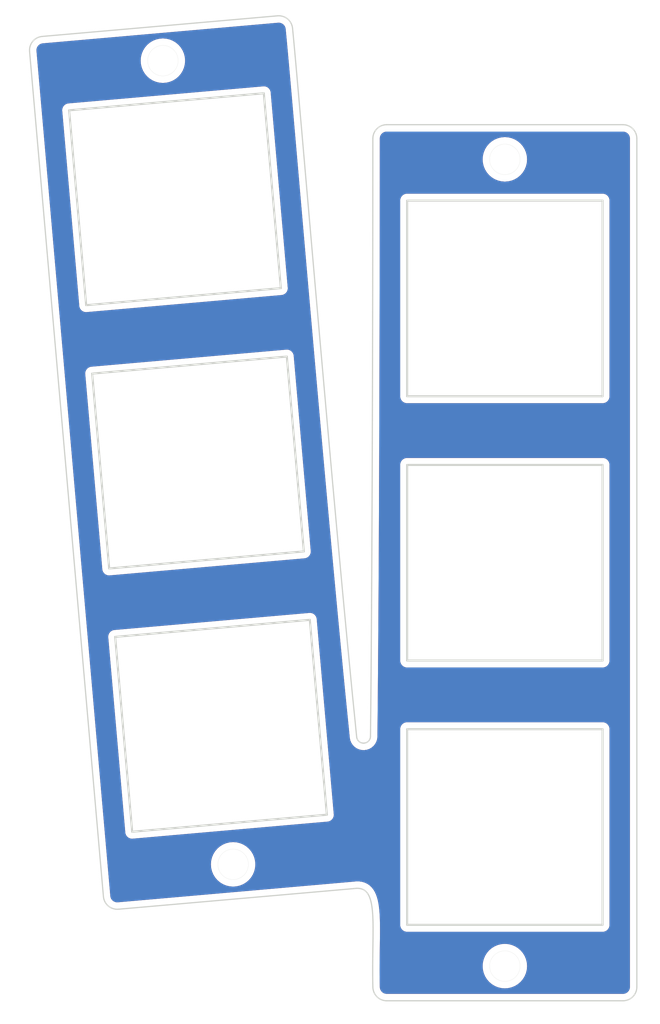
<source format=kicad_pcb>
(kicad_pcb (version 20240108) (generator "pcbnew") (generator_version "8.0")
  (title_block (title "ISW-OOZY") (rev "1.0"))
  (layers (0 "F.Cu" signal) (31 "B.Cu" signal) (34 "B.Paste" user) (35 "F.Paste" user) (36 "B.SilkS" user "B.Silkscreen") (37 "F.SilkS" user "F.Silkscreen") (38 "B.Mask" user) (39 "F.Mask" user) (44 "Edge.Cuts" user))
  (net 0 "")
  (footprint "kbd_SW_Hole:SW_Hole_1u" (layer "F.Cu") (at 51.697729 74.926916)
    (property "Reference" "SW30" (hide yes))
    (property "Value" "SW_Push" (hide yes))
    (fp_line (start -7.05 -7.05) (end 7.05 -7.05) (stroke (width 0.15)) (layer "Edge.Cuts"))
    (fp_line (start -7.05 7.05) (end -7.05 -7.05) (stroke (width 0.15)) (layer "Edge.Cuts"))
    (fp_line (start 7.05 -7.05) (end 7.05 7.05) (stroke (width 0.15)) (layer "Edge.Cuts"))
    (fp_line (start 7.05 7.05) (end -7.05 7.05) (stroke (width 0.15)) (layer "Edge.Cuts"))
  )
  (footprint "kbd_SW_Hole:SW_Hole_1u" (layer "F.Cu") (at 27.894969 29.67576 5)
    (property "Reference" "SW9" (hide yes))
    (property "Value" "SW_Push" (hide yes))
    (fp_line (start -7.05 -7.049999) (end 7.049999 -7.05) (stroke (width 0.15)) (layer "Edge.Cuts"))
    (fp_line (start -7.049999 7.05) (end -7.05 -7.049999) (stroke (width 0.15)) (layer "Edge.Cuts"))
    (fp_line (start 7.049999 -7.05) (end 7.05 7.049999) (stroke (width 0.15)) (layer "Edge.Cuts"))
    (fp_line (start 7.05 7.049999) (end -7.049999 7.05) (stroke (width 0.15)) (layer "Edge.Cuts"))
  )
  (footprint "kbd_Hole:m2_Screw_Hole_EdgeCuts" (layer "F.Cu") (at 27.02115 19.689314 -6)
    (property "Reference" "Ref06" (hide yes))
    (property "Value" "Val2" (hide yes))
    (fp_circle (center 0 0) (end 1.1 0) (stroke (width 0.01)) (fill none) (layer "Edge.Cuts"))
  )
  (footprint "kbd_SW_Hole:SW_Hole_1u" (layer "F.Cu") (at 29.555275 48.65327 5)
    (property "Reference" "SW19" (hide yes))
    (property "Value" "SW_Push" (hide yes))
    (fp_line (start -7.05 -7.049999) (end 7.049999 -7.05) (stroke (width 0.15)) (layer "Edge.Cuts"))
    (fp_line (start -7.049999 7.05) (end -7.05 -7.049999) (stroke (width 0.15)) (layer "Edge.Cuts"))
    (fp_line (start 7.049999 -7.05) (end 7.05 7.049999) (stroke (width 0.15)) (layer "Edge.Cuts"))
    (fp_line (start 7.05 7.049999) (end -7.049999 7.05) (stroke (width 0.15)) (layer "Edge.Cuts"))
  )
  (footprint "kbd_Hole:m2_Screw_Hole_EdgeCuts" (layer "F.Cu") (at 51.697667 84.952531 -6)
    (property "Reference" "Ref07" (hide yes))
    (property "Value" "Val2" (hide yes))
    (fp_circle (center 0 0) (end 1.1 0) (stroke (width 0.01)) (fill none) (layer "Edge.Cuts"))
  )
  (footprint "kbd_Hole:m2_Screw_Hole_EdgeCuts" (layer "F.Cu") (at 32.089205 77.61811 -6)
    (property "Reference" "Ref5" (hide yes))
    (property "Value" "Val1" (hide yes))
    (fp_circle (center 0 0) (end 1.1 0) (stroke (width 0.01)) (fill none) (layer "Edge.Cuts"))
  )
  (footprint "kbd_SW_Hole:SW_Hole_1u" (layer "F.Cu") (at 31.21558 67.63078 5)
    (property "Reference" "SW29" (hide yes))
    (property "Value" "SW_Push" (hide yes))
    (fp_line (start -7.05 -7.049999) (end 7.049999 -7.05) (stroke (width 0.15)) (layer "Edge.Cuts"))
    (fp_line (start -7.049999 7.05) (end -7.05 -7.049999) (stroke (width 0.15)) (layer "Edge.Cuts"))
    (fp_line (start 7.049999 -7.05) (end 7.05 7.049999) (stroke (width 0.15)) (layer "Edge.Cuts"))
    (fp_line (start 7.05 7.049999) (end -7.049999 7.05) (stroke (width 0.15)) (layer "Edge.Cuts"))
  )
  (footprint "kbd_SW_Hole:SW_Hole_1u" (layer "F.Cu") (at 51.697655 36.826993)
    (property "Reference" "SW10" (hide yes))
    (property "Value" "SW_Push" (hide yes))
    (fp_line (start -7.05 -7.05) (end 7.05 -7.05) (stroke (width 0.15)) (layer "Edge.Cuts"))
    (fp_line (start -7.05 7.05) (end -7.05 -7.05) (stroke (width 0.15)) (layer "Edge.Cuts"))
    (fp_line (start 7.05 -7.05) (end 7.05 7.05) (stroke (width 0.15)) (layer "Edge.Cuts"))
    (fp_line (start 7.05 7.05) (end -7.05 7.05) (stroke (width 0.15)) (layer "Edge.Cuts"))
  )
  (footprint "kbd_Hole:m2_Screw_Hole_EdgeCuts" (layer "F.Cu") (at 51.697603 26.802472 -6)
    (property "Reference" "Ref4" (hide yes))
    (property "Value" "Val1" (hide yes))
    (fp_circle (center 0 0) (end 1.1 0) (stroke (width 0.01)) (fill none) (layer "Edge.Cuts"))
  )
  (footprint "kbd_SW_Hole:SW_Hole_1u" (layer "F.Cu") (at 51.697692 55.876955)
    (property "Reference" "SW20" (hide yes))
    (property "Value" "SW_Push" (hide yes))
    (fp_line (start -7.05 -7.05) (end 7.05 -7.05) (stroke (width 0.15)) (layer "Edge.Cuts"))
    (fp_line (start -7.05 7.05) (end -7.05 -7.05) (stroke (width 0.15)) (layer "Edge.Cuts"))
    (fp_line (start 7.05 -7.05) (end 7.05 7.05) (stroke (width 0.15)) (layer "Edge.Cuts"))
    (fp_line (start 7.05 7.05) (end -7.05 7.05) (stroke (width 0.15)) (layer "Edge.Cuts"))
  )
  (gr_curve (pts (xy 23.814623 80.851553) (xy 23.264808 80.899655) (xy 22.779375 80.492328) (xy 22.731272 79.942513)) (stroke (width 0.09)) (layer "Edge.Cuts"))
  (gr_line (start 61.222684 25.302517) (end 61.222685 86.452517) (stroke (width 0.09)) (layer "Edge.Cuts"))
  (gr_curve (pts (xy 60.222685 24.302517) (xy 60.774599 24.302517) (xy 61.222684 24.750602) (xy 61.222684 25.302517)) (stroke (width 0.09)) (layer "Edge.Cuts"))
  (gr_curve (pts (xy 40.835752 79.360094) (xy 40.820568 79.36213) (xy 40.80534 79.363817) (xy 40.790079 79.365152)) (stroke (width 0.09)) (layer "Edge.Cuts"))
  (gr_line (start 43.172685 24.302517) (end 60.222685 24.302517) (stroke (width 0.09)) (layer "Edge.Cuts"))
  (gr_curve (pts (xy 17.401699 19.025208) (xy 17.353596 18.475393) (xy 17.760923 17.98996) (xy 18.310738 17.941857)) (stroke (width 0.09)) (layer "Edge.Cuts"))
  (gr_curve (pts (xy 41.527893 68.881929) (xy 41.789674 68.868361) (xy 41.996528 68.65491) (xy 42.001873 68.392832)) (stroke (width 0.09)) (layer "Edge.Cuts"))
  (gr_curve (pts (xy 41.005889 68.444451) (xy 41.038299 68.704573) (xy 41.266112 68.895497) (xy 41.527893 68.881929)) (stroke (width 0.09)) (layer "Edge.Cuts"))
  (gr_curve (pts (xy 40.790079 79.365152) (xy 40.335631 79.406151) (xy 23.814623 80.851553) (xy 23.814623 80.851553)) (stroke (width 0.09)) (layer "Edge.Cuts"))
  (gr_curve (pts (xy 43.172684 87.452517) (xy 42.620769 87.452517) (xy 42.178102 87.004405) (xy 42.172685 86.452517)) (stroke (width 0.09)) (layer "Edge.Cuts"))
  (gr_curve (pts (xy 35.295857 16.455852) (xy 35.845672 16.407749) (xy 36.331105 16.815076) (xy 36.379208 17.364891)) (stroke (width 0.09)) (layer "Edge.Cuts"))
  (gr_line (start 60.222684 87.452516) (end 43.172684 87.452517) (stroke (width 0.09)) (layer "Edge.Cuts"))
  (gr_line (start 22.731272 79.942513) (end 17.401699 19.025208) (stroke (width 0.09)) (layer "Edge.Cuts"))
  (gr_curve (pts (xy 42.172684 25.302516) (xy 42.172684 24.750602) (xy 42.62077 24.302517) (xy 43.172685 24.302517)) (stroke (width 0.09)) (layer "Edge.Cuts"))
  (gr_line (start 18.310738 17.941857) (end 35.295857 16.455852) (stroke (width 0.09)) (layer "Edge.Cuts"))
  (gr_curve (pts (xy 42.172685 86.452517) (xy 42.066119 82.011259) (xy 42.677973 79.099252) (xy 40.835752 79.360094)) (stroke (width 0.09)) (layer "Edge.Cuts"))
  (gr_curve (pts (xy 61.222685 86.452517) (xy 61.222685 87.004432) (xy 60.7746 87.452517) (xy 60.222684 87.452516)) (stroke (width 0.09)) (layer "Edge.Cuts"))
  (gr_curve (pts (xy 42.001873 68.392832) (xy 42.16473 53.668665) (xy 42.170809 28.308279) (xy 42.172684 25.302516)) (stroke (width 0.09)) (layer "Edge.Cuts"))
  (gr_curve (pts (xy 36.379208 17.364891) (xy 36.794951 21.441265) (xy 39.345209 52.241366) (xy 41.005889 68.444451)) (stroke (width 0.09)) (layer "Edge.Cuts"))
  (zone (net 0) (net_name "") (layers "F&B.Cu") (connect_pads (clearance 0.5)) (min_thickness 0.25) (fill yes (thermal_gap 0.5) (thermal_bridge_width 0.5) (island_removal_mode 1) (island_area_min 10))
    (polygon (pts (xy 15.267775 15.31577) (xy 62.892775 15.31577) (xy 62.892775 89.13452) (xy 17.649025 89.13452)))
  )
)
</source>
